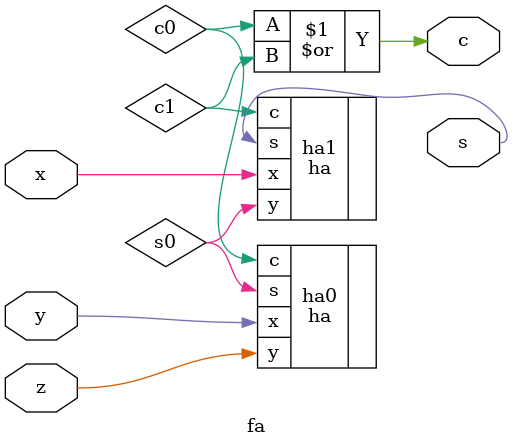
<source format=v>
module fa(x, y, z, s, c);
  input x, y, z;
  // s = x ^ y ^ z
  // c = (x & y) | (y & z) | (z & x)
  // `s` is XOR of three inputs
  // `c` becomes true when greater than equal two inputs are true
  output s, c;
  wire s0, c0, c1;

  ha ha0(.x(y), .y(z), .s(s0), .c(c0));
  ha ha1(.x(x), .y(s0), .s(s), .c(c1));

  assign c=c0|c1;
endmodule

</source>
